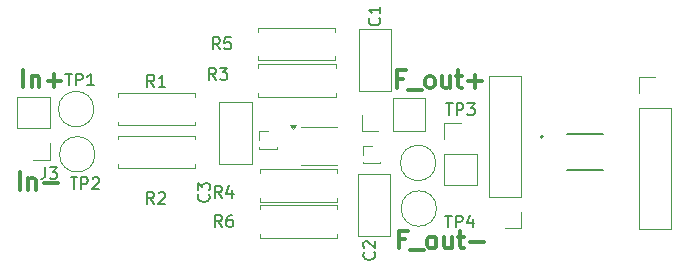
<source format=gbr>
%TF.GenerationSoftware,KiCad,Pcbnew,9.0.1*%
%TF.CreationDate,2025-06-25T15:49:50+05:30*%
%TF.ProjectId,daq_idea,6461715f-6964-4656-912e-6b696361645f,rev?*%
%TF.SameCoordinates,Original*%
%TF.FileFunction,Legend,Top*%
%TF.FilePolarity,Positive*%
%FSLAX46Y46*%
G04 Gerber Fmt 4.6, Leading zero omitted, Abs format (unit mm)*
G04 Created by KiCad (PCBNEW 9.0.1) date 2025-06-25 15:49:50*
%MOMM*%
%LPD*%
G01*
G04 APERTURE LIST*
%ADD10C,0.150000*%
%ADD11C,0.300000*%
%ADD12C,0.120000*%
%ADD13C,0.127000*%
%ADD14C,0.200000*%
G04 APERTURE END LIST*
D10*
X52298095Y-27954819D02*
X52869523Y-27954819D01*
X52583809Y-28954819D02*
X52583809Y-27954819D01*
X53202857Y-28954819D02*
X53202857Y-27954819D01*
X53202857Y-27954819D02*
X53583809Y-27954819D01*
X53583809Y-27954819D02*
X53679047Y-28002438D01*
X53679047Y-28002438D02*
X53726666Y-28050057D01*
X53726666Y-28050057D02*
X53774285Y-28145295D01*
X53774285Y-28145295D02*
X53774285Y-28288152D01*
X53774285Y-28288152D02*
X53726666Y-28383390D01*
X53726666Y-28383390D02*
X53679047Y-28431009D01*
X53679047Y-28431009D02*
X53583809Y-28478628D01*
X53583809Y-28478628D02*
X53202857Y-28478628D01*
X54107619Y-27954819D02*
X54726666Y-27954819D01*
X54726666Y-27954819D02*
X54393333Y-28335771D01*
X54393333Y-28335771D02*
X54536190Y-28335771D01*
X54536190Y-28335771D02*
X54631428Y-28383390D01*
X54631428Y-28383390D02*
X54679047Y-28431009D01*
X54679047Y-28431009D02*
X54726666Y-28526247D01*
X54726666Y-28526247D02*
X54726666Y-28764342D01*
X54726666Y-28764342D02*
X54679047Y-28859580D01*
X54679047Y-28859580D02*
X54631428Y-28907200D01*
X54631428Y-28907200D02*
X54536190Y-28954819D01*
X54536190Y-28954819D02*
X54250476Y-28954819D01*
X54250476Y-28954819D02*
X54155238Y-28907200D01*
X54155238Y-28907200D02*
X54107619Y-28859580D01*
D11*
X16214510Y-35250828D02*
X16214510Y-33750828D01*
X16928796Y-34250828D02*
X16928796Y-35250828D01*
X16928796Y-34393685D02*
X17000225Y-34322257D01*
X17000225Y-34322257D02*
X17143082Y-34250828D01*
X17143082Y-34250828D02*
X17357368Y-34250828D01*
X17357368Y-34250828D02*
X17500225Y-34322257D01*
X17500225Y-34322257D02*
X17571654Y-34465114D01*
X17571654Y-34465114D02*
X17571654Y-35250828D01*
X18285939Y-34679400D02*
X19428797Y-34679400D01*
X48864510Y-39455114D02*
X48364510Y-39455114D01*
X48364510Y-40240828D02*
X48364510Y-38740828D01*
X48364510Y-38740828D02*
X49078796Y-38740828D01*
X49293082Y-40383685D02*
X50435939Y-40383685D01*
X51007367Y-40240828D02*
X50864510Y-40169400D01*
X50864510Y-40169400D02*
X50793081Y-40097971D01*
X50793081Y-40097971D02*
X50721653Y-39955114D01*
X50721653Y-39955114D02*
X50721653Y-39526542D01*
X50721653Y-39526542D02*
X50793081Y-39383685D01*
X50793081Y-39383685D02*
X50864510Y-39312257D01*
X50864510Y-39312257D02*
X51007367Y-39240828D01*
X51007367Y-39240828D02*
X51221653Y-39240828D01*
X51221653Y-39240828D02*
X51364510Y-39312257D01*
X51364510Y-39312257D02*
X51435939Y-39383685D01*
X51435939Y-39383685D02*
X51507367Y-39526542D01*
X51507367Y-39526542D02*
X51507367Y-39955114D01*
X51507367Y-39955114D02*
X51435939Y-40097971D01*
X51435939Y-40097971D02*
X51364510Y-40169400D01*
X51364510Y-40169400D02*
X51221653Y-40240828D01*
X51221653Y-40240828D02*
X51007367Y-40240828D01*
X52793082Y-39240828D02*
X52793082Y-40240828D01*
X52150224Y-39240828D02*
X52150224Y-40026542D01*
X52150224Y-40026542D02*
X52221653Y-40169400D01*
X52221653Y-40169400D02*
X52364510Y-40240828D01*
X52364510Y-40240828D02*
X52578796Y-40240828D01*
X52578796Y-40240828D02*
X52721653Y-40169400D01*
X52721653Y-40169400D02*
X52793082Y-40097971D01*
X53293082Y-39240828D02*
X53864510Y-39240828D01*
X53507367Y-38740828D02*
X53507367Y-40026542D01*
X53507367Y-40026542D02*
X53578796Y-40169400D01*
X53578796Y-40169400D02*
X53721653Y-40240828D01*
X53721653Y-40240828D02*
X53864510Y-40240828D01*
X54364510Y-39669400D02*
X55507368Y-39669400D01*
X16504510Y-26600828D02*
X16504510Y-25100828D01*
X17218796Y-25600828D02*
X17218796Y-26600828D01*
X17218796Y-25743685D02*
X17290225Y-25672257D01*
X17290225Y-25672257D02*
X17433082Y-25600828D01*
X17433082Y-25600828D02*
X17647368Y-25600828D01*
X17647368Y-25600828D02*
X17790225Y-25672257D01*
X17790225Y-25672257D02*
X17861654Y-25815114D01*
X17861654Y-25815114D02*
X17861654Y-26600828D01*
X18575939Y-26029400D02*
X19718797Y-26029400D01*
X19147368Y-26600828D02*
X19147368Y-25457971D01*
X48704510Y-25885114D02*
X48204510Y-25885114D01*
X48204510Y-26670828D02*
X48204510Y-25170828D01*
X48204510Y-25170828D02*
X48918796Y-25170828D01*
X49133082Y-26813685D02*
X50275939Y-26813685D01*
X50847367Y-26670828D02*
X50704510Y-26599400D01*
X50704510Y-26599400D02*
X50633081Y-26527971D01*
X50633081Y-26527971D02*
X50561653Y-26385114D01*
X50561653Y-26385114D02*
X50561653Y-25956542D01*
X50561653Y-25956542D02*
X50633081Y-25813685D01*
X50633081Y-25813685D02*
X50704510Y-25742257D01*
X50704510Y-25742257D02*
X50847367Y-25670828D01*
X50847367Y-25670828D02*
X51061653Y-25670828D01*
X51061653Y-25670828D02*
X51204510Y-25742257D01*
X51204510Y-25742257D02*
X51275939Y-25813685D01*
X51275939Y-25813685D02*
X51347367Y-25956542D01*
X51347367Y-25956542D02*
X51347367Y-26385114D01*
X51347367Y-26385114D02*
X51275939Y-26527971D01*
X51275939Y-26527971D02*
X51204510Y-26599400D01*
X51204510Y-26599400D02*
X51061653Y-26670828D01*
X51061653Y-26670828D02*
X50847367Y-26670828D01*
X52633082Y-25670828D02*
X52633082Y-26670828D01*
X51990224Y-25670828D02*
X51990224Y-26456542D01*
X51990224Y-26456542D02*
X52061653Y-26599400D01*
X52061653Y-26599400D02*
X52204510Y-26670828D01*
X52204510Y-26670828D02*
X52418796Y-26670828D01*
X52418796Y-26670828D02*
X52561653Y-26599400D01*
X52561653Y-26599400D02*
X52633082Y-26527971D01*
X53133082Y-25670828D02*
X53704510Y-25670828D01*
X53347367Y-25170828D02*
X53347367Y-26456542D01*
X53347367Y-26456542D02*
X53418796Y-26599400D01*
X53418796Y-26599400D02*
X53561653Y-26670828D01*
X53561653Y-26670828D02*
X53704510Y-26670828D01*
X54204510Y-26099400D02*
X55347368Y-26099400D01*
X54775939Y-26670828D02*
X54775939Y-25527971D01*
D10*
X18376666Y-33354819D02*
X18376666Y-34069104D01*
X18376666Y-34069104D02*
X18329047Y-34211961D01*
X18329047Y-34211961D02*
X18233809Y-34307200D01*
X18233809Y-34307200D02*
X18090952Y-34354819D01*
X18090952Y-34354819D02*
X17995714Y-34354819D01*
X18757619Y-33354819D02*
X19376666Y-33354819D01*
X19376666Y-33354819D02*
X19043333Y-33735771D01*
X19043333Y-33735771D02*
X19186190Y-33735771D01*
X19186190Y-33735771D02*
X19281428Y-33783390D01*
X19281428Y-33783390D02*
X19329047Y-33831009D01*
X19329047Y-33831009D02*
X19376666Y-33926247D01*
X19376666Y-33926247D02*
X19376666Y-34164342D01*
X19376666Y-34164342D02*
X19329047Y-34259580D01*
X19329047Y-34259580D02*
X19281428Y-34307200D01*
X19281428Y-34307200D02*
X19186190Y-34354819D01*
X19186190Y-34354819D02*
X18900476Y-34354819D01*
X18900476Y-34354819D02*
X18805238Y-34307200D01*
X18805238Y-34307200D02*
X18757619Y-34259580D01*
X20528095Y-34224819D02*
X21099523Y-34224819D01*
X20813809Y-35224819D02*
X20813809Y-34224819D01*
X21432857Y-35224819D02*
X21432857Y-34224819D01*
X21432857Y-34224819D02*
X21813809Y-34224819D01*
X21813809Y-34224819D02*
X21909047Y-34272438D01*
X21909047Y-34272438D02*
X21956666Y-34320057D01*
X21956666Y-34320057D02*
X22004285Y-34415295D01*
X22004285Y-34415295D02*
X22004285Y-34558152D01*
X22004285Y-34558152D02*
X21956666Y-34653390D01*
X21956666Y-34653390D02*
X21909047Y-34701009D01*
X21909047Y-34701009D02*
X21813809Y-34748628D01*
X21813809Y-34748628D02*
X21432857Y-34748628D01*
X22385238Y-34320057D02*
X22432857Y-34272438D01*
X22432857Y-34272438D02*
X22528095Y-34224819D01*
X22528095Y-34224819D02*
X22766190Y-34224819D01*
X22766190Y-34224819D02*
X22861428Y-34272438D01*
X22861428Y-34272438D02*
X22909047Y-34320057D01*
X22909047Y-34320057D02*
X22956666Y-34415295D01*
X22956666Y-34415295D02*
X22956666Y-34510533D01*
X22956666Y-34510533D02*
X22909047Y-34653390D01*
X22909047Y-34653390D02*
X22337619Y-35224819D01*
X22337619Y-35224819D02*
X22956666Y-35224819D01*
X33333333Y-35954819D02*
X33000000Y-35478628D01*
X32761905Y-35954819D02*
X32761905Y-34954819D01*
X32761905Y-34954819D02*
X33142857Y-34954819D01*
X33142857Y-34954819D02*
X33238095Y-35002438D01*
X33238095Y-35002438D02*
X33285714Y-35050057D01*
X33285714Y-35050057D02*
X33333333Y-35145295D01*
X33333333Y-35145295D02*
X33333333Y-35288152D01*
X33333333Y-35288152D02*
X33285714Y-35383390D01*
X33285714Y-35383390D02*
X33238095Y-35431009D01*
X33238095Y-35431009D02*
X33142857Y-35478628D01*
X33142857Y-35478628D02*
X32761905Y-35478628D01*
X34190476Y-35288152D02*
X34190476Y-35954819D01*
X33952381Y-34907200D02*
X33714286Y-35621485D01*
X33714286Y-35621485D02*
X34333333Y-35621485D01*
X46659580Y-20726666D02*
X46707200Y-20774285D01*
X46707200Y-20774285D02*
X46754819Y-20917142D01*
X46754819Y-20917142D02*
X46754819Y-21012380D01*
X46754819Y-21012380D02*
X46707200Y-21155237D01*
X46707200Y-21155237D02*
X46611961Y-21250475D01*
X46611961Y-21250475D02*
X46516723Y-21298094D01*
X46516723Y-21298094D02*
X46326247Y-21345713D01*
X46326247Y-21345713D02*
X46183390Y-21345713D01*
X46183390Y-21345713D02*
X45992914Y-21298094D01*
X45992914Y-21298094D02*
X45897676Y-21250475D01*
X45897676Y-21250475D02*
X45802438Y-21155237D01*
X45802438Y-21155237D02*
X45754819Y-21012380D01*
X45754819Y-21012380D02*
X45754819Y-20917142D01*
X45754819Y-20917142D02*
X45802438Y-20774285D01*
X45802438Y-20774285D02*
X45850057Y-20726666D01*
X46754819Y-19774285D02*
X46754819Y-20345713D01*
X46754819Y-20059999D02*
X45754819Y-20059999D01*
X45754819Y-20059999D02*
X45897676Y-20155237D01*
X45897676Y-20155237D02*
X45992914Y-20250475D01*
X45992914Y-20250475D02*
X46040533Y-20345713D01*
X46219580Y-40576666D02*
X46267200Y-40624285D01*
X46267200Y-40624285D02*
X46314819Y-40767142D01*
X46314819Y-40767142D02*
X46314819Y-40862380D01*
X46314819Y-40862380D02*
X46267200Y-41005237D01*
X46267200Y-41005237D02*
X46171961Y-41100475D01*
X46171961Y-41100475D02*
X46076723Y-41148094D01*
X46076723Y-41148094D02*
X45886247Y-41195713D01*
X45886247Y-41195713D02*
X45743390Y-41195713D01*
X45743390Y-41195713D02*
X45552914Y-41148094D01*
X45552914Y-41148094D02*
X45457676Y-41100475D01*
X45457676Y-41100475D02*
X45362438Y-41005237D01*
X45362438Y-41005237D02*
X45314819Y-40862380D01*
X45314819Y-40862380D02*
X45314819Y-40767142D01*
X45314819Y-40767142D02*
X45362438Y-40624285D01*
X45362438Y-40624285D02*
X45410057Y-40576666D01*
X45410057Y-40195713D02*
X45362438Y-40148094D01*
X45362438Y-40148094D02*
X45314819Y-40052856D01*
X45314819Y-40052856D02*
X45314819Y-39814761D01*
X45314819Y-39814761D02*
X45362438Y-39719523D01*
X45362438Y-39719523D02*
X45410057Y-39671904D01*
X45410057Y-39671904D02*
X45505295Y-39624285D01*
X45505295Y-39624285D02*
X45600533Y-39624285D01*
X45600533Y-39624285D02*
X45743390Y-39671904D01*
X45743390Y-39671904D02*
X46314819Y-40243332D01*
X46314819Y-40243332D02*
X46314819Y-39624285D01*
X20078095Y-25434819D02*
X20649523Y-25434819D01*
X20363809Y-26434819D02*
X20363809Y-25434819D01*
X20982857Y-26434819D02*
X20982857Y-25434819D01*
X20982857Y-25434819D02*
X21363809Y-25434819D01*
X21363809Y-25434819D02*
X21459047Y-25482438D01*
X21459047Y-25482438D02*
X21506666Y-25530057D01*
X21506666Y-25530057D02*
X21554285Y-25625295D01*
X21554285Y-25625295D02*
X21554285Y-25768152D01*
X21554285Y-25768152D02*
X21506666Y-25863390D01*
X21506666Y-25863390D02*
X21459047Y-25911009D01*
X21459047Y-25911009D02*
X21363809Y-25958628D01*
X21363809Y-25958628D02*
X20982857Y-25958628D01*
X22506666Y-26434819D02*
X21935238Y-26434819D01*
X22220952Y-26434819D02*
X22220952Y-25434819D01*
X22220952Y-25434819D02*
X22125714Y-25577676D01*
X22125714Y-25577676D02*
X22030476Y-25672914D01*
X22030476Y-25672914D02*
X21935238Y-25720533D01*
X33333333Y-38424819D02*
X33000000Y-37948628D01*
X32761905Y-38424819D02*
X32761905Y-37424819D01*
X32761905Y-37424819D02*
X33142857Y-37424819D01*
X33142857Y-37424819D02*
X33238095Y-37472438D01*
X33238095Y-37472438D02*
X33285714Y-37520057D01*
X33285714Y-37520057D02*
X33333333Y-37615295D01*
X33333333Y-37615295D02*
X33333333Y-37758152D01*
X33333333Y-37758152D02*
X33285714Y-37853390D01*
X33285714Y-37853390D02*
X33238095Y-37901009D01*
X33238095Y-37901009D02*
X33142857Y-37948628D01*
X33142857Y-37948628D02*
X32761905Y-37948628D01*
X34190476Y-37424819D02*
X34000000Y-37424819D01*
X34000000Y-37424819D02*
X33904762Y-37472438D01*
X33904762Y-37472438D02*
X33857143Y-37520057D01*
X33857143Y-37520057D02*
X33761905Y-37662914D01*
X33761905Y-37662914D02*
X33714286Y-37853390D01*
X33714286Y-37853390D02*
X33714286Y-38234342D01*
X33714286Y-38234342D02*
X33761905Y-38329580D01*
X33761905Y-38329580D02*
X33809524Y-38377200D01*
X33809524Y-38377200D02*
X33904762Y-38424819D01*
X33904762Y-38424819D02*
X34095238Y-38424819D01*
X34095238Y-38424819D02*
X34190476Y-38377200D01*
X34190476Y-38377200D02*
X34238095Y-38329580D01*
X34238095Y-38329580D02*
X34285714Y-38234342D01*
X34285714Y-38234342D02*
X34285714Y-37996247D01*
X34285714Y-37996247D02*
X34238095Y-37901009D01*
X34238095Y-37901009D02*
X34190476Y-37853390D01*
X34190476Y-37853390D02*
X34095238Y-37805771D01*
X34095238Y-37805771D02*
X33904762Y-37805771D01*
X33904762Y-37805771D02*
X33809524Y-37853390D01*
X33809524Y-37853390D02*
X33761905Y-37901009D01*
X33761905Y-37901009D02*
X33714286Y-37996247D01*
X32212931Y-35666666D02*
X32260551Y-35714285D01*
X32260551Y-35714285D02*
X32308170Y-35857142D01*
X32308170Y-35857142D02*
X32308170Y-35952380D01*
X32308170Y-35952380D02*
X32260551Y-36095237D01*
X32260551Y-36095237D02*
X32165312Y-36190475D01*
X32165312Y-36190475D02*
X32070074Y-36238094D01*
X32070074Y-36238094D02*
X31879598Y-36285713D01*
X31879598Y-36285713D02*
X31736741Y-36285713D01*
X31736741Y-36285713D02*
X31546265Y-36238094D01*
X31546265Y-36238094D02*
X31451027Y-36190475D01*
X31451027Y-36190475D02*
X31355789Y-36095237D01*
X31355789Y-36095237D02*
X31308170Y-35952380D01*
X31308170Y-35952380D02*
X31308170Y-35857142D01*
X31308170Y-35857142D02*
X31355789Y-35714285D01*
X31355789Y-35714285D02*
X31403408Y-35666666D01*
X31308170Y-35333332D02*
X31308170Y-34714285D01*
X31308170Y-34714285D02*
X31689122Y-35047618D01*
X31689122Y-35047618D02*
X31689122Y-34904761D01*
X31689122Y-34904761D02*
X31736741Y-34809523D01*
X31736741Y-34809523D02*
X31784360Y-34761904D01*
X31784360Y-34761904D02*
X31879598Y-34714285D01*
X31879598Y-34714285D02*
X32117693Y-34714285D01*
X32117693Y-34714285D02*
X32212931Y-34761904D01*
X32212931Y-34761904D02*
X32260551Y-34809523D01*
X32260551Y-34809523D02*
X32308170Y-34904761D01*
X32308170Y-34904761D02*
X32308170Y-35190475D01*
X32308170Y-35190475D02*
X32260551Y-35285713D01*
X32260551Y-35285713D02*
X32212931Y-35333332D01*
X52238095Y-37454819D02*
X52809523Y-37454819D01*
X52523809Y-38454819D02*
X52523809Y-37454819D01*
X53142857Y-38454819D02*
X53142857Y-37454819D01*
X53142857Y-37454819D02*
X53523809Y-37454819D01*
X53523809Y-37454819D02*
X53619047Y-37502438D01*
X53619047Y-37502438D02*
X53666666Y-37550057D01*
X53666666Y-37550057D02*
X53714285Y-37645295D01*
X53714285Y-37645295D02*
X53714285Y-37788152D01*
X53714285Y-37788152D02*
X53666666Y-37883390D01*
X53666666Y-37883390D02*
X53619047Y-37931009D01*
X53619047Y-37931009D02*
X53523809Y-37978628D01*
X53523809Y-37978628D02*
X53142857Y-37978628D01*
X54571428Y-37788152D02*
X54571428Y-38454819D01*
X54333333Y-37407200D02*
X54095238Y-38121485D01*
X54095238Y-38121485D02*
X54714285Y-38121485D01*
X32833333Y-25954819D02*
X32500000Y-25478628D01*
X32261905Y-25954819D02*
X32261905Y-24954819D01*
X32261905Y-24954819D02*
X32642857Y-24954819D01*
X32642857Y-24954819D02*
X32738095Y-25002438D01*
X32738095Y-25002438D02*
X32785714Y-25050057D01*
X32785714Y-25050057D02*
X32833333Y-25145295D01*
X32833333Y-25145295D02*
X32833333Y-25288152D01*
X32833333Y-25288152D02*
X32785714Y-25383390D01*
X32785714Y-25383390D02*
X32738095Y-25431009D01*
X32738095Y-25431009D02*
X32642857Y-25478628D01*
X32642857Y-25478628D02*
X32261905Y-25478628D01*
X33166667Y-24954819D02*
X33785714Y-24954819D01*
X33785714Y-24954819D02*
X33452381Y-25335771D01*
X33452381Y-25335771D02*
X33595238Y-25335771D01*
X33595238Y-25335771D02*
X33690476Y-25383390D01*
X33690476Y-25383390D02*
X33738095Y-25431009D01*
X33738095Y-25431009D02*
X33785714Y-25526247D01*
X33785714Y-25526247D02*
X33785714Y-25764342D01*
X33785714Y-25764342D02*
X33738095Y-25859580D01*
X33738095Y-25859580D02*
X33690476Y-25907200D01*
X33690476Y-25907200D02*
X33595238Y-25954819D01*
X33595238Y-25954819D02*
X33309524Y-25954819D01*
X33309524Y-25954819D02*
X33214286Y-25907200D01*
X33214286Y-25907200D02*
X33166667Y-25859580D01*
X27603333Y-26544819D02*
X27270000Y-26068628D01*
X27031905Y-26544819D02*
X27031905Y-25544819D01*
X27031905Y-25544819D02*
X27412857Y-25544819D01*
X27412857Y-25544819D02*
X27508095Y-25592438D01*
X27508095Y-25592438D02*
X27555714Y-25640057D01*
X27555714Y-25640057D02*
X27603333Y-25735295D01*
X27603333Y-25735295D02*
X27603333Y-25878152D01*
X27603333Y-25878152D02*
X27555714Y-25973390D01*
X27555714Y-25973390D02*
X27508095Y-26021009D01*
X27508095Y-26021009D02*
X27412857Y-26068628D01*
X27412857Y-26068628D02*
X27031905Y-26068628D01*
X28555714Y-26544819D02*
X27984286Y-26544819D01*
X28270000Y-26544819D02*
X28270000Y-25544819D01*
X28270000Y-25544819D02*
X28174762Y-25687676D01*
X28174762Y-25687676D02*
X28079524Y-25782914D01*
X28079524Y-25782914D02*
X27984286Y-25830533D01*
X27593333Y-36474819D02*
X27260000Y-35998628D01*
X27021905Y-36474819D02*
X27021905Y-35474819D01*
X27021905Y-35474819D02*
X27402857Y-35474819D01*
X27402857Y-35474819D02*
X27498095Y-35522438D01*
X27498095Y-35522438D02*
X27545714Y-35570057D01*
X27545714Y-35570057D02*
X27593333Y-35665295D01*
X27593333Y-35665295D02*
X27593333Y-35808152D01*
X27593333Y-35808152D02*
X27545714Y-35903390D01*
X27545714Y-35903390D02*
X27498095Y-35951009D01*
X27498095Y-35951009D02*
X27402857Y-35998628D01*
X27402857Y-35998628D02*
X27021905Y-35998628D01*
X27974286Y-35570057D02*
X28021905Y-35522438D01*
X28021905Y-35522438D02*
X28117143Y-35474819D01*
X28117143Y-35474819D02*
X28355238Y-35474819D01*
X28355238Y-35474819D02*
X28450476Y-35522438D01*
X28450476Y-35522438D02*
X28498095Y-35570057D01*
X28498095Y-35570057D02*
X28545714Y-35665295D01*
X28545714Y-35665295D02*
X28545714Y-35760533D01*
X28545714Y-35760533D02*
X28498095Y-35903390D01*
X28498095Y-35903390D02*
X27926667Y-36474819D01*
X27926667Y-36474819D02*
X28545714Y-36474819D01*
X33163333Y-23374819D02*
X32830000Y-22898628D01*
X32591905Y-23374819D02*
X32591905Y-22374819D01*
X32591905Y-22374819D02*
X32972857Y-22374819D01*
X32972857Y-22374819D02*
X33068095Y-22422438D01*
X33068095Y-22422438D02*
X33115714Y-22470057D01*
X33115714Y-22470057D02*
X33163333Y-22565295D01*
X33163333Y-22565295D02*
X33163333Y-22708152D01*
X33163333Y-22708152D02*
X33115714Y-22803390D01*
X33115714Y-22803390D02*
X33068095Y-22851009D01*
X33068095Y-22851009D02*
X32972857Y-22898628D01*
X32972857Y-22898628D02*
X32591905Y-22898628D01*
X34068095Y-22374819D02*
X33591905Y-22374819D01*
X33591905Y-22374819D02*
X33544286Y-22851009D01*
X33544286Y-22851009D02*
X33591905Y-22803390D01*
X33591905Y-22803390D02*
X33687143Y-22755771D01*
X33687143Y-22755771D02*
X33925238Y-22755771D01*
X33925238Y-22755771D02*
X34020476Y-22803390D01*
X34020476Y-22803390D02*
X34068095Y-22851009D01*
X34068095Y-22851009D02*
X34115714Y-22946247D01*
X34115714Y-22946247D02*
X34115714Y-23184342D01*
X34115714Y-23184342D02*
X34068095Y-23279580D01*
X34068095Y-23279580D02*
X34020476Y-23327200D01*
X34020476Y-23327200D02*
X33925238Y-23374819D01*
X33925238Y-23374819D02*
X33687143Y-23374819D01*
X33687143Y-23374819D02*
X33591905Y-23327200D01*
X33591905Y-23327200D02*
X33544286Y-23279580D01*
D12*
%TO.C,U1*%
X41560000Y-29950000D02*
X40060000Y-29950000D01*
X41560000Y-29950000D02*
X43060000Y-29950000D01*
X41560000Y-33170000D02*
X40060000Y-33170000D01*
X41560000Y-33170000D02*
X43060000Y-33170000D01*
X39347500Y-30125000D02*
X39107500Y-29795000D01*
X39587500Y-29795000D01*
X39347500Y-30125000D01*
G36*
X39347500Y-30125000D02*
G01*
X39107500Y-29795000D01*
X39587500Y-29795000D01*
X39347500Y-30125000D01*
G37*
%TO.C,J3*%
X16000000Y-30060000D02*
X16000000Y-27410000D01*
X18760000Y-27410000D02*
X16000000Y-27410000D01*
X18760000Y-30060000D02*
X16000000Y-30060000D01*
X18760000Y-30060000D02*
X18760000Y-27410000D01*
X18760000Y-31330000D02*
X18760000Y-32710000D01*
X18760000Y-32710000D02*
X17380000Y-32710000D01*
%TO.C,TP2*%
X22590000Y-32270000D02*
G75*
G02*
X19590000Y-32270000I-1500000J0D01*
G01*
X19590000Y-32270000D02*
G75*
G02*
X22590000Y-32270000I1500000J0D01*
G01*
%TO.C,R4*%
X36570000Y-33540000D02*
X43110000Y-33540000D01*
X36570000Y-33870000D02*
X36570000Y-33540000D01*
X36570000Y-35950000D02*
X36570000Y-36280000D01*
X36570000Y-36280000D02*
X43110000Y-36280000D01*
X43110000Y-33540000D02*
X43110000Y-33870000D01*
X43110000Y-36280000D02*
X43110000Y-35950000D01*
%TO.C,J5*%
X36495000Y-30315000D02*
X37240000Y-30315000D01*
X36495000Y-31050000D02*
X36495000Y-30315000D01*
X36495000Y-31785000D02*
X36495000Y-31660000D01*
X36495000Y-31785000D02*
X36554435Y-31785000D01*
X36495000Y-31785000D02*
X37985000Y-31785000D01*
X37925565Y-31785000D02*
X37985000Y-31785000D01*
X37985000Y-31785000D02*
X37985000Y-31660000D01*
%TO.C,C1*%
X44910000Y-21630000D02*
X47650000Y-21630000D01*
X44910000Y-26870000D02*
X44910000Y-21630000D01*
X44910000Y-26870000D02*
X47650000Y-26870000D01*
X47650000Y-26870000D02*
X47650000Y-21630000D01*
%TO.C,C2*%
X44850000Y-33960000D02*
X44850000Y-39200000D01*
X47590000Y-33960000D02*
X44850000Y-33960000D01*
X47590000Y-33960000D02*
X47590000Y-39200000D01*
X47590000Y-39200000D02*
X44850000Y-39200000D01*
%TO.C,J6*%
X45275000Y-31555000D02*
X46020000Y-31555000D01*
X45275000Y-32290000D02*
X45275000Y-31555000D01*
X45275000Y-33025000D02*
X45275000Y-32900000D01*
X45275000Y-33025000D02*
X45334435Y-33025000D01*
X45275000Y-33025000D02*
X46765000Y-33025000D01*
X46705565Y-33025000D02*
X46765000Y-33025000D01*
X46765000Y-33025000D02*
X46765000Y-32900000D01*
D13*
%TO.C,U2*%
X62525000Y-30545000D02*
X65575000Y-30545000D01*
X62525000Y-33595000D02*
X65575000Y-33595000D01*
D14*
X60530000Y-30790000D02*
G75*
G02*
X60330000Y-30790000I-100000J0D01*
G01*
X60330000Y-30790000D02*
G75*
G02*
X60530000Y-30790000I100000J0D01*
G01*
D12*
%TO.C,TP1*%
X22500000Y-28440000D02*
G75*
G02*
X19500000Y-28440000I-1500000J0D01*
G01*
X19500000Y-28440000D02*
G75*
G02*
X22500000Y-28440000I1500000J0D01*
G01*
%TO.C,J7*%
X45215000Y-30280000D02*
X45215000Y-28900000D01*
X46595000Y-30280000D02*
X45215000Y-30280000D01*
X47865000Y-27520000D02*
X50515000Y-27520000D01*
X47865000Y-30280000D02*
X47865000Y-27520000D01*
X47865000Y-30280000D02*
X50515000Y-30280000D01*
X50515000Y-30280000D02*
X50515000Y-27520000D01*
%TO.C,R6*%
X36560000Y-36600000D02*
X43100000Y-36600000D01*
X36560000Y-36930000D02*
X36560000Y-36600000D01*
X36560000Y-39010000D02*
X36560000Y-39340000D01*
X36560000Y-39340000D02*
X43100000Y-39340000D01*
X43100000Y-36600000D02*
X43100000Y-36930000D01*
X43100000Y-39340000D02*
X43100000Y-39010000D01*
%TO.C,TP3*%
X51450000Y-33000000D02*
G75*
G02*
X48450000Y-33000000I-1500000J0D01*
G01*
X48450000Y-33000000D02*
G75*
G02*
X51450000Y-33000000I1500000J0D01*
G01*
%TO.C,C3*%
X33110000Y-27860000D02*
X35850000Y-27860000D01*
X33110000Y-33100000D02*
X33110000Y-27860000D01*
X33110000Y-33100000D02*
X35850000Y-33100000D01*
X35850000Y-33100000D02*
X35850000Y-27860000D01*
%TO.C,TP4*%
X51510000Y-36860000D02*
G75*
G02*
X48510000Y-36860000I-1500000J0D01*
G01*
X48510000Y-36860000D02*
G75*
G02*
X51510000Y-36860000I1500000J0D01*
G01*
%TO.C,R3*%
X36420000Y-24650000D02*
X42960000Y-24650000D01*
X36420000Y-24980000D02*
X36420000Y-24650000D01*
X36420000Y-27060000D02*
X36420000Y-27390000D01*
X36420000Y-27390000D02*
X42960000Y-27390000D01*
X42960000Y-24650000D02*
X42960000Y-24980000D01*
X42960000Y-27390000D02*
X42960000Y-27060000D01*
%TO.C,R1*%
X24500000Y-27090000D02*
X31040000Y-27090000D01*
X24500000Y-27420000D02*
X24500000Y-27090000D01*
X24500000Y-29500000D02*
X24500000Y-29830000D01*
X24500000Y-29830000D02*
X31040000Y-29830000D01*
X31040000Y-27090000D02*
X31040000Y-27420000D01*
X31040000Y-29830000D02*
X31040000Y-29500000D01*
%TO.C,R2*%
X24540000Y-30680000D02*
X31080000Y-30680000D01*
X24540000Y-31010000D02*
X24540000Y-30680000D01*
X24540000Y-33090000D02*
X24540000Y-33420000D01*
X24540000Y-33420000D02*
X31080000Y-33420000D01*
X31080000Y-30680000D02*
X31080000Y-31010000D01*
X31080000Y-33420000D02*
X31080000Y-33090000D01*
%TO.C,J1*%
X68630000Y-25690000D02*
X70010000Y-25690000D01*
X68630000Y-27070000D02*
X68630000Y-25690000D01*
X68630000Y-28340000D02*
X68630000Y-38610000D01*
X68630000Y-28340000D02*
X71390000Y-28340000D01*
X68630000Y-38610000D02*
X71390000Y-38610000D01*
X71390000Y-28340000D02*
X71390000Y-38610000D01*
%TO.C,J2*%
X55930000Y-35880000D02*
X55930000Y-25610000D01*
X58690000Y-25610000D02*
X55930000Y-25610000D01*
X58690000Y-35880000D02*
X55930000Y-35880000D01*
X58690000Y-35880000D02*
X58690000Y-25610000D01*
X58690000Y-37150000D02*
X58690000Y-38530000D01*
X58690000Y-38530000D02*
X57310000Y-38530000D01*
%TO.C,J4*%
X52180000Y-29595000D02*
X53560000Y-29595000D01*
X52180000Y-30975000D02*
X52180000Y-29595000D01*
X52180000Y-32245000D02*
X52180000Y-34895000D01*
X52180000Y-32245000D02*
X54940000Y-32245000D01*
X52180000Y-34895000D02*
X54940000Y-34895000D01*
X54940000Y-32245000D02*
X54940000Y-34895000D01*
%TO.C,R5*%
X36410000Y-21550000D02*
X42950000Y-21550000D01*
X36410000Y-21880000D02*
X36410000Y-21550000D01*
X36410000Y-23960000D02*
X36410000Y-24290000D01*
X36410000Y-24290000D02*
X42950000Y-24290000D01*
X42950000Y-21550000D02*
X42950000Y-21880000D01*
X42950000Y-24290000D02*
X42950000Y-23960000D01*
%TD*%
M02*

</source>
